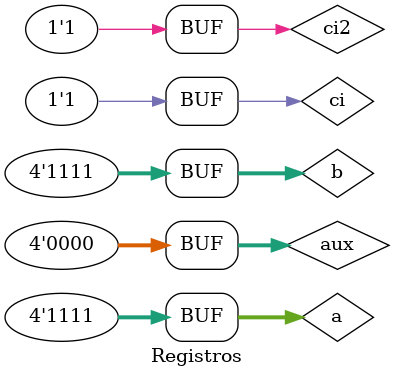
<source format=v>


module fullAdder (output s0, output carryOut, 
                  input x,input y, input carryIn);
						
assign s0 = (x^y)^carryIn;
assign carryOut = (((x^y)&carryIn)|(x&y));

endmodule

module subtrador (output s0, output carryOut, 
                  input x,input y, input carryIn);
						
assign s0 = x^y;
assign carryOut = ((~x|y)&carryIn)|(~x&y);

endmodule

module Registros;

reg [3:0]a, b,aux;
reg ci, ci2;
wire s0, s1, s2, s3;
wire co0, co1, co2, co3, cf, final;
wire ad1, ad2, ad3, ad4, cd1, cd2, cd3;

subtrador A(s0, co0, a[0], b[0], ci);
subtrador B(s1, co1, a[1], b[1], co0);
subtrador C(s2, co2, a[2], b[2], co1);
subtrador D(s3, co3, a[3], b[3], co2);


fullAdder X(ad1, cf, aux[0], s0, ci2);
fullAdder Y(ad2, cd1, aux[1], s1, cf);
fullAdder Z(ad3, cd2, aux[2], s2, cd1);
fullAdder W(ad4, cd3, aux[3], s3, cd2);



initial begin:start

a=4'b1111; b=4'b0000;
ci2=1'b1; ci=1'b1; aux=4'b0000;

end

initial begin
$display("Miller - 449048");
$display("Testes de Complemento de 2");
$display("");
$monitor("%b em C2 =  %b %b%b%b%b", b, cd3, ad4, ad3, ad2, ad1 );

#1 b=4'b0110;
#1 b=4'b0010;
#1 b=4'b0111;
#1 b=4'b0101;
#1 b=4'b1001;
#1 b=4'b0100;
#1 b=4'b0000;
#1 b=4'b1111;

end
endmodule

// OBS.: EXPERIMENTE USAR DEFINICOES POR PORTAS !


</source>
